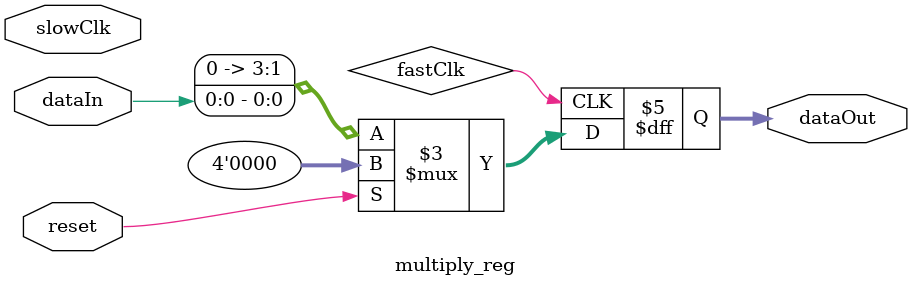
<source format=sv>
`timescale 1ns / 1ps

module multiply_reg #(
	parameter DATA_WIDTH = 4
) (
    input logic dataIn,
    input logic slowClk,
    input logic reset,
    output logic [DATA_WIDTH-1:0] dataOut
);

// sync_reg
always_ff@(posedge fastClk) begin
    if(reset) begin
        dataOut <= '0;
    end
    else begin
        dataOut <= dataIn;
    end
end

endmodule
</source>
